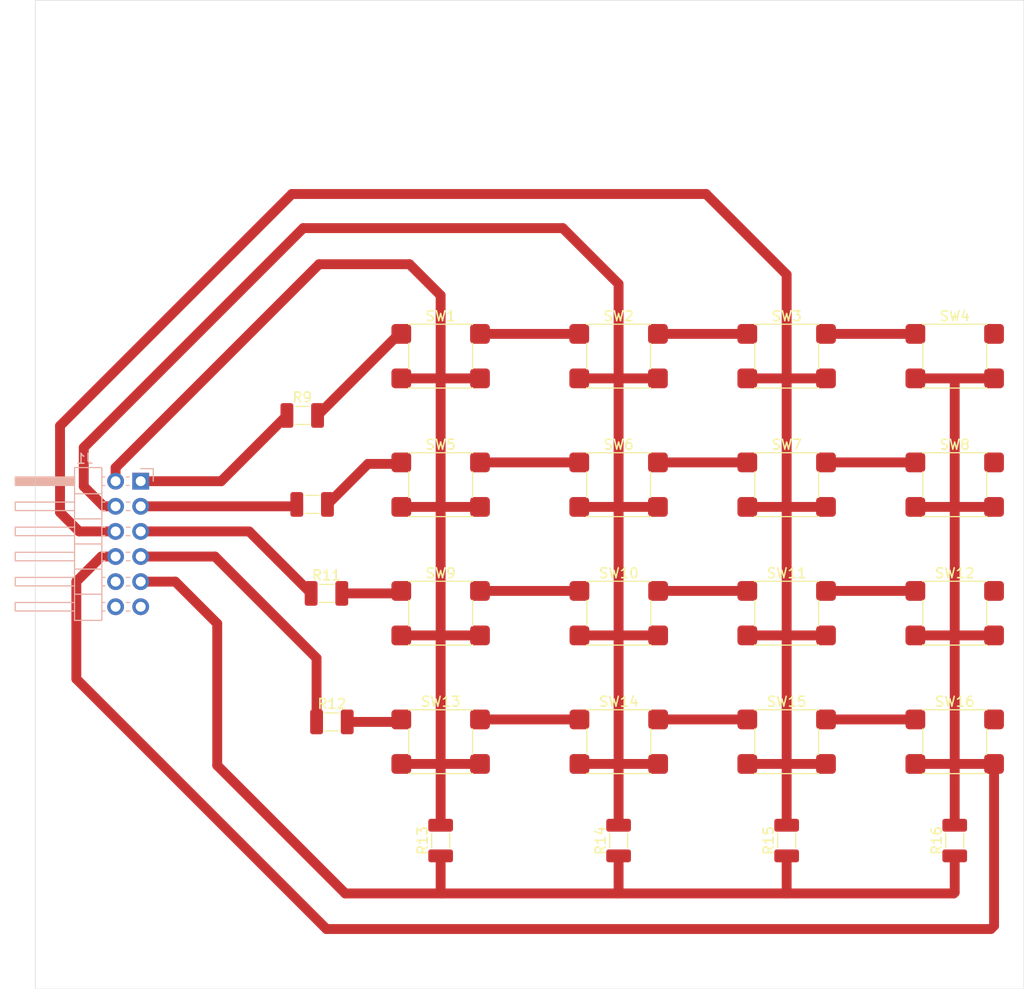
<source format=kicad_pcb>
(kicad_pcb (version 20241229) (generator "pcbnew") (generator_version "9.0")
  (layers (0 "F.Cu" signal) (2 "B.Cu" signal) (13 "F.Paste" user) (15 "B.Paste" user) (5 "F.SilkS" user "F.Silkscreen") (7 "B.SilkS" user "B.Silkscreen") (1 "F.Mask" user) (3 "B.Mask" user) (25 "Edge.Cuts" user))
  (net 0 "")
  (net 1 "/C2")
  (net 2 "/C3")
  (net 3 "+3.3V")
  (net 4 "/C1")
  (net 5 "/C4")
  (net 6 "Net-(J1-Pin_7)")
  (net 7 "GND")
  (net 8 "Net-(J1-Pin_5)")
  (net 9 "/Row1")
  (net 10 "/Row2")
  (net 11 "/Row3")
  (net 12 "/Row4")
  (net 13 "Net-(J1-Pin_3)")
  (net 14 "Net-(J1-Pin_1)")
  (footprint "BenimKutuphanem:SW_SPST_PTS645Sx43SMTR92" (layer "F.Cu") (at 121 83)
    (property "Reference" "SW2" (at 0 -4.05 0) (layer "F.SilkS"))
    (property "Value" "SW_Push_Dual")
    (fp_line (start -3.23 -3.23) (end 3.23 -3.23) (stroke (width 0.12)) (layer "F.SilkS"))
    (fp_line (start -3.23 -3.2) (end -3.23 -3.23) (stroke (width 0.12)) (layer "F.SilkS"))
    (fp_line (start -3.23 -1.3) (end -3.23 1.3) (stroke (width 0.12)) (layer "F.SilkS"))
    (fp_line (start -3.23 3.23) (end -3.23 3.2) (stroke (width 0.12)) (layer "F.SilkS"))
    (fp_line (start -3.23 3.23) (end 3.23 3.23) (stroke (width 0.12)) (layer "F.SilkS"))
    (fp_line (start 3.23 -3.23) (end 3.23 -3.2) (stroke (width 0.12)) (layer "F.SilkS"))
    (fp_line (start 3.23 -1.3) (end 3.23 1.3) (stroke (width 0.12)) (layer "F.SilkS"))
    (fp_line (start 3.23 3.23) (end 3.23 3.2) (stroke (width 0.12)) (layer "F.SilkS"))
    (pad "1" smd roundrect (at -3.98 -2.25) (size 2 2) (layers "F.Cu" "F.Mask" "F.Paste") (roundrect_rratio 0.1923076923) (net 9 "/Row1"))
    (pad "1" smd roundrect (at 3.98 -2.25) (size 2 2) (layers "F.Cu" "F.Mask" "F.Paste") (roundrect_rratio 0.1923076923) (net 9 "/Row1"))
    (pad "2" smd roundrect (at -3.98 2.25) (size 2 2) (layers "F.Cu" "F.Mask" "F.Paste") (roundrect_rratio 0.1923076923) (net 1 "/C2"))
    (pad "2" smd roundrect (at 3.98 2.25) (size 2 2) (layers "F.Cu" "F.Mask" "F.Paste") (roundrect_rratio 0.1923076923) (net 1 "/C2"))
  )
  (footprint "BenimKutuphanem:SW_SPST_PTS645Sx43SMTR92" (layer "F.Cu") (at 103 109)
    (property "Reference" "SW9" (at 0 -4.05 0) (layer "F.SilkS"))
    (property "Value" "SW_Push_Dual")
    (fp_line (start -3.23 -3.23) (end 3.23 -3.23) (stroke (width 0.12)) (layer "F.SilkS"))
    (fp_line (start -3.23 -3.2) (end -3.23 -3.23) (stroke (width 0.12)) (layer "F.SilkS"))
    (fp_line (start -3.23 -1.3) (end -3.23 1.3) (stroke (width 0.12)) (layer "F.SilkS"))
    (fp_line (start -3.23 3.23) (end -3.23 3.2) (stroke (width 0.12)) (layer "F.SilkS"))
    (fp_line (start -3.23 3.23) (end 3.23 3.23) (stroke (width 0.12)) (layer "F.SilkS"))
    (fp_line (start 3.23 -3.23) (end 3.23 -3.2) (stroke (width 0.12)) (layer "F.SilkS"))
    (fp_line (start 3.23 -1.3) (end 3.23 1.3) (stroke (width 0.12)) (layer "F.SilkS"))
    (fp_line (start 3.23 3.23) (end 3.23 3.2) (stroke (width 0.12)) (layer "F.SilkS"))
    (pad "1" smd roundrect (at -3.98 -2.25) (size 2 2) (layers "F.Cu" "F.Mask" "F.Paste") (roundrect_rratio 0.1923076923) (net 11 "/Row3"))
    (pad "1" smd roundrect (at 3.98 -2.25) (size 2 2) (layers "F.Cu" "F.Mask" "F.Paste") (roundrect_rratio 0.1923076923) (net 11 "/Row3"))
    (pad "2" smd roundrect (at -3.98 2.25) (size 2 2) (layers "F.Cu" "F.Mask" "F.Paste") (roundrect_rratio 0.1923076923) (net 4 "/C1"))
    (pad "2" smd roundrect (at 3.98 2.25) (size 2 2) (layers "F.Cu" "F.Mask" "F.Paste") (roundrect_rratio 0.1923076923) (net 4 "/C1"))
  )
  (footprint "BenimKutuphanem:SMD_Res_Big_Pad" (layer "F.Cu") (at 91.45 107)
    (property "Reference" "R11" (at 0 -1.83 0) (layer "F.SilkS"))
    (property "Value" "330")
    (fp_line (start -0.727064 -0.91) (end 0.727064 -0.91) (stroke (width 0.12)) (layer "F.SilkS"))
    (fp_line (start -0.727064 0.91) (end 0.727064 0.91) (stroke (width 0.12)) (layer "F.SilkS"))
    (pad "1" smd roundrect (at -1.55 0) (size 1.3 2.5) (layers "F.Cu" "F.Mask" "F.Paste") (roundrect_rratio 0.192308) (net 8 "Net-(J1-Pin_5)"))
    (pad "2" smd roundrect (at 1.55 0) (size 1.3 2.5) (layers "F.Cu" "F.Mask" "F.Paste") (roundrect_rratio 0.192308) (net 11 "/Row3"))
  )
  (footprint "BenimKutuphanem:SMD_Res_Big_Pad" (layer "F.Cu") (at 138 132 90)
    (property "Reference" "R15" (at 0 -1.83 90) (layer "F.SilkS"))
    (property "Value" "10k")
    (fp_line (start -0.727064 -0.91) (end 0.727064 -0.91) (stroke (width 0.12)) (layer "F.SilkS"))
    (fp_line (start -0.727064 0.91) (end 0.727064 0.91) (stroke (width 0.12)) (layer "F.SilkS"))
    (pad "1" smd roundrect (at -1.55 0 90) (size 1.3 2.5) (layers "F.Cu" "F.Mask" "F.Paste") (roundrect_rratio 0.192308) (net 7 "GND"))
    (pad "2" smd roundrect (at 1.55 0 90) (size 1.3 2.5) (layers "F.Cu" "F.Mask" "F.Paste") (roundrect_rratio 0.192308) (net 2 "/C3"))
  )
  (footprint "BenimKutuphanem:SW_SPST_PTS645Sx43SMTR92" (layer "F.Cu") (at 103 83)
    (property "Reference" "SW1" (at 0 -4.05 0) (layer "F.SilkS"))
    (property "Value" "SW_Push_Dual")
    (fp_line (start -3.23 -3.23) (end 3.23 -3.23) (stroke (width 0.12)) (layer "F.SilkS"))
    (fp_line (start -3.23 -3.2) (end -3.23 -3.23) (stroke (width 0.12)) (layer "F.SilkS"))
    (fp_line (start -3.23 -1.3) (end -3.23 1.3) (stroke (width 0.12)) (layer "F.SilkS"))
    (fp_line (start -3.23 3.23) (end -3.23 3.2) (stroke (width 0.12)) (layer "F.SilkS"))
    (fp_line (start -3.23 3.23) (end 3.23 3.23) (stroke (width 0.12)) (layer "F.SilkS"))
    (fp_line (start 3.23 -3.23) (end 3.23 -3.2) (stroke (width 0.12)) (layer "F.SilkS"))
    (fp_line (start 3.23 -1.3) (end 3.23 1.3) (stroke (width 0.12)) (layer "F.SilkS"))
    (fp_line (start 3.23 3.23) (end 3.23 3.2) (stroke (width 0.12)) (layer "F.SilkS"))
    (pad "1" smd roundrect (at -3.98 -2.25) (size 2 2) (layers "F.Cu" "F.Mask" "F.Paste") (roundrect_rratio 0.1923076923) (net 9 "/Row1"))
    (pad "1" smd roundrect (at 3.98 -2.25) (size 2 2) (layers "F.Cu" "F.Mask" "F.Paste") (roundrect_rratio 0.1923076923) (net 9 "/Row1"))
    (pad "2" smd roundrect (at -3.98 2.25) (size 2 2) (layers "F.Cu" "F.Mask" "F.Paste") (roundrect_rratio 0.1923076923) (net 4 "/C1"))
    (pad "2" smd roundrect (at 3.98 2.25) (size 2 2) (layers "F.Cu" "F.Mask" "F.Paste") (roundrect_rratio 0.1923076923) (net 4 "/C1"))
  )
  (footprint "BenimKutuphanem:SMD_Res_Big_Pad" (layer "F.Cu") (at 103 132 90)
    (property "Reference" "R13" (at 0 -1.83 90) (layer "F.SilkS"))
    (property "Value" "10k")
    (fp_line (start -0.727064 -0.91) (end 0.727064 -0.91) (stroke (width 0.12)) (layer "F.SilkS"))
    (fp_line (start -0.727064 0.91) (end 0.727064 0.91) (stroke (width 0.12)) (layer "F.SilkS"))
    (pad "1" smd roundrect (at -1.55 0 90) (size 1.3 2.5) (layers "F.Cu" "F.Mask" "F.Paste") (roundrect_rratio 0.192308) (net 7 "GND"))
    (pad "2" smd roundrect (at 1.55 0 90) (size 1.3 2.5) (layers "F.Cu" "F.Mask" "F.Paste") (roundrect_rratio 0.192308) (net 4 "/C1"))
  )
  (footprint "BenimKutuphanem:SW_SPST_PTS645Sx43SMTR92" (layer "F.Cu") (at 138 122)
    (property "Reference" "SW15" (at 0 -4.05 0) (layer "F.SilkS"))
    (property "Value" "SW_Push_Dual")
    (fp_line (start -3.23 -3.23) (end 3.23 -3.23) (stroke (width 0.12)) (layer "F.SilkS"))
    (fp_line (start -3.23 -3.2) (end -3.23 -3.23) (stroke (width 0.12)) (layer "F.SilkS"))
    (fp_line (start -3.23 -1.3) (end -3.23 1.3) (stroke (width 0.12)) (layer "F.SilkS"))
    (fp_line (start -3.23 3.23) (end -3.23 3.2) (stroke (width 0.12)) (layer "F.SilkS"))
    (fp_line (start -3.23 3.23) (end 3.23 3.23) (stroke (width 0.12)) (layer "F.SilkS"))
    (fp_line (start 3.23 -3.23) (end 3.23 -3.2) (stroke (width 0.12)) (layer "F.SilkS"))
    (fp_line (start 3.23 -1.3) (end 3.23 1.3) (stroke (width 0.12)) (layer "F.SilkS"))
    (fp_line (start 3.23 3.23) (end 3.23 3.2) (stroke (width 0.12)) (layer "F.SilkS"))
    (pad "1" smd roundrect (at -3.98 -2.25) (size 2 2) (layers "F.Cu" "F.Mask" "F.Paste") (roundrect_rratio 0.1923076923) (net 12 "/Row4"))
    (pad "1" smd roundrect (at 3.98 -2.25) (size 2 2) (layers "F.Cu" "F.Mask" "F.Paste") (roundrect_rratio 0.1923076923) (net 12 "/Row4"))
    (pad "2" smd roundrect (at -3.98 2.25) (size 2 2) (layers "F.Cu" "F.Mask" "F.Paste") (roundrect_rratio 0.1923076923) (net 2 "/C3"))
    (pad "2" smd roundrect (at 3.98 2.25) (size 2 2) (layers "F.Cu" "F.Mask" "F.Paste") (roundrect_rratio 0.1923076923) (net 2 "/C3"))
  )
  (footprint "BenimKutuphanem:SMD_Res_Big_Pad" (layer "F.Cu") (at 90 98)
    (property "Reference" "R10" (hide yes))
    (property "Value" "330")
    (fp_line (start -0.727064 -0.91) (end 0.727064 -0.91) (stroke (width 0.12)) (layer "F.SilkS"))
    (fp_line (start -0.727064 0.91) (end 0.727064 0.91) (stroke (width 0.12)) (layer "F.SilkS"))
    (pad "1" smd roundrect (at -1.55 0) (size 1.3 2.5) (layers "F.Cu" "F.Mask" "F.Paste") (roundrect_rratio 0.192308) (net 13 "Net-(J1-Pin_3)"))
    (pad "2" smd roundrect (at 1.55 0) (size 1.3 2.5) (layers "F.Cu" "F.Mask" "F.Paste") (roundrect_rratio 0.192308) (net 10 "/Row2"))
  )
  (footprint "BenimKutuphanem:SMD_Res_Big_Pad" (layer "F.Cu") (at 92 120)
    (property "Reference" "R12" (at 0 -1.83 0) (layer "F.SilkS"))
    (property "Value" "330")
    (fp_line (start -0.727064 -0.91) (end 0.727064 -0.91) (stroke (width 0.12)) (layer "F.SilkS"))
    (fp_line (start -0.727064 0.91) (end 0.727064 0.91) (stroke (width 0.12)) (layer "F.SilkS"))
    (pad "1" smd roundrect (at -1.55 0) (size 1.3 2.5) (layers "F.Cu" "F.Mask" "F.Paste") (roundrect_rratio 0.192308) (net 6 "Net-(J1-Pin_7)"))
    (pad "2" smd roundrect (at 1.55 0) (size 1.3 2.5) (layers "F.Cu" "F.Mask" "F.Paste") (roundrect_rratio 0.192308) (net 12 "/Row4"))
  )
  (footprint "BenimKutuphanem:SW_SPST_PTS645Sx43SMTR92" (layer "F.Cu") (at 121.02 109)
    (property "Reference" "SW10" (at 0 -4.05 0) (layer "F.SilkS"))
    (property "Value" "SW_Push_Dual")
    (fp_line (start -3.23 -3.23) (end 3.23 -3.23) (stroke (width 0.12)) (layer "F.SilkS"))
    (fp_line (start -3.23 -3.2) (end -3.23 -3.23) (stroke (width 0.12)) (layer "F.SilkS"))
    (fp_line (start -3.23 -1.3) (end -3.23 1.3) (stroke (width 0.12)) (layer "F.SilkS"))
    (fp_line (start -3.23 3.23) (end -3.23 3.2) (stroke (width 0.12)) (layer "F.SilkS"))
    (fp_line (start -3.23 3.23) (end 3.23 3.23) (stroke (width 0.12)) (layer "F.SilkS"))
    (fp_line (start 3.23 -3.23) (end 3.23 -3.2) (stroke (width 0.12)) (layer "F.SilkS"))
    (fp_line (start 3.23 -1.3) (end 3.23 1.3) (stroke (width 0.12)) (layer "F.SilkS"))
    (fp_line (start 3.23 3.23) (end 3.23 3.2) (stroke (width 0.12)) (layer "F.SilkS"))
    (pad "1" smd roundrect (at -3.98 -2.25) (size 2 2) (layers "F.Cu" "F.Mask" "F.Paste") (roundrect_rratio 0.1923076923) (net 11 "/Row3"))
    (pad "1" smd roundrect (at 3.98 -2.25) (size 2 2) (layers "F.Cu" "F.Mask" "F.Paste") (roundrect_rratio 0.1923076923) (net 11 "/Row3"))
    (pad "2" smd roundrect (at -3.98 2.25) (size 2 2) (layers "F.Cu" "F.Mask" "F.Paste") (roundrect_rratio 0.1923076923) (net 1 "/C2"))
    (pad "2" smd roundrect (at 3.98 2.25) (size 2 2) (layers "F.Cu" "F.Mask" "F.Paste") (roundrect_rratio 0.1923076923) (net 1 "/C2"))
  )
  (footprint "BenimKutuphanem:SW_SPST_PTS645Sx43SMTR92" (layer "F.Cu") (at 121.02 122)
    (property "Reference" "SW14" (at 0 -4.05 0) (layer "F.SilkS"))
    (property "Value" "SW_Push_Dual")
    (fp_line (start -3.23 -3.23) (end 3.23 -3.23) (stroke (width 0.12)) (layer "F.SilkS"))
    (fp_line (start -3.23 -3.2) (end -3.23 -3.23) (stroke (width 0.12)) (layer "F.SilkS"))
    (fp_line (start -3.23 -1.3) (end -3.23 1.3) (stroke (width 0.12)) (layer "F.SilkS"))
    (fp_line (start -3.23 3.23) (end -3.23 3.2) (stroke (width 0.12)) (layer "F.SilkS"))
    (fp_line (start -3.23 3.23) (end 3.23 3.23) (stroke (width 0.12)) (layer "F.SilkS"))
    (fp_line (start 3.23 -3.23) (end 3.23 -3.2) (stroke (width 0.12)) (layer "F.SilkS"))
    (fp_line (start 3.23 -1.3) (end 3.23 1.3) (stroke (width 0.12)) (layer "F.SilkS"))
    (fp_line (start 3.23 3.23) (end 3.23 3.2) (stroke (width 0.12)) (layer "F.SilkS"))
    (pad "1" smd roundrect (at -3.98 -2.25) (size 2 2) (layers "F.Cu" "F.Mask" "F.Paste") (roundrect_rratio 0.1923076923) (net 12 "/Row4"))
    (pad "1" smd roundrect (at 3.98 -2.25) (size 2 2) (layers "F.Cu" "F.Mask" "F.Paste") (roundrect_rratio 0.1923076923) (net 12 "/Row4"))
    (pad "2" smd roundrect (at -3.98 2.25) (size 2 2) (layers "F.Cu" "F.Mask" "F.Paste") (roundrect_rratio 0.1923076923) (net 1 "/C2"))
    (pad "2" smd roundrect (at 3.98 2.25) (size 2 2) (layers "F.Cu" "F.Mask" "F.Paste") (roundrect_rratio 0.1923076923) (net 1 "/C2"))
  )
  (footprint "BenimKutuphanem:SMD_Res_Big_Pad" (layer "F.Cu") (at 121 132 90)
    (property "Reference" "R14" (at 0 -1.83 90) (layer "F.SilkS"))
    (property "Value" "10k")
    (fp_line (start -0.727064 -0.91) (end 0.727064 -0.91) (stroke (width 0.12)) (layer "F.SilkS"))
    (fp_line (start -0.727064 0.91) (end 0.727064 0.91) (stroke (width 0.12)) (layer "F.SilkS"))
    (pad "1" smd roundrect (at -1.55 0 90) (size 1.3 2.5) (layers "F.Cu" "F.Mask" "F.Paste") (roundrect_rratio 0.192308) (net 7 "GND"))
    (pad "2" smd roundrect (at 1.55 0 90) (size 1.3 2.5) (layers "F.Cu" "F.Mask" "F.Paste") (roundrect_rratio 0.192308) (net 1 "/C2"))
  )
  (footprint "BenimKutuphanem:SW_SPST_PTS645Sx43SMTR92" (layer "F.Cu") (at 155 96)
    (property "Reference" "SW8" (at 0 -4.05 0) (layer "F.SilkS"))
    (property "Value" "SW_Push_Dual")
    (fp_line (start -3.23 -3.23) (end 3.23 -3.23) (stroke (width 0.12)) (layer "F.SilkS"))
    (fp_line (start -3.23 -3.2) (end -3.23 -3.23) (stroke (width 0.12)) (layer "F.SilkS"))
    (fp_line (start -3.23 -1.3) (end -3.23 1.3) (stroke (width 0.12)) (layer "F.SilkS"))
    (fp_line (start -3.23 3.23) (end -3.23 3.2) (stroke (width 0.12)) (layer "F.SilkS"))
    (fp_line (start -3.23 3.23) (end 3.23 3.23) (stroke (width 0.12)) (layer "F.SilkS"))
    (fp_line (start 3.23 -3.23) (end 3.23 -3.2) (stroke (width 0.12)) (layer "F.SilkS"))
    (fp_line (start 3.23 -1.3) (end 3.23 1.3) (stroke (width 0.12)) (layer "F.SilkS"))
    (fp_line (start 3.23 3.23) (end 3.23 3.2) (stroke (width 0.12)) (layer "F.SilkS"))
    (pad "1" smd roundrect (at -3.98 -2.25) (size 2 2) (layers "F.Cu" "F.Mask" "F.Paste") (roundrect_rratio 0.1923076923) (net 10 "/Row2"))
    (pad "1" smd roundrect (at 3.98 -2.25) (size 2 2) (layers "F.Cu" "F.Mask" "F.Paste") (roundrect_rratio 0.1923076923) (net 10 "/Row2"))
    (pad "2" smd roundrect (at -3.98 2.25) (size 2 2) (layers "F.Cu" "F.Mask" "F.Paste") (roundrect_rratio 0.1923076923) (net 5 "/C4"))
    (pad "2" smd roundrect (at 3.98 2.25) (size 2 2) (layers "F.Cu" "F.Mask" "F.Paste") (roundrect_rratio 0.1923076923) (net 5 "/C4"))
  )
  (footprint "BenimKutuphanem:SW_SPST_PTS645Sx43SMTR92" (layer "F.Cu") (at 155 83)
    (property "Reference" "SW4" (at 0 -4.05 0) (layer "F.SilkS"))
    (property "Value" "SW_Push_Dual")
    (fp_line (start -3.23 -3.23) (end 3.23 -3.23) (stroke (width 0.12)) (layer "F.SilkS"))
    (fp_line (start -3.23 -3.2) (end -3.23 -3.23) (stroke (width 0.12)) (layer "F.SilkS"))
    (fp_line (start -3.23 -1.3) (end -3.23 1.3) (stroke (width 0.12)) (layer "F.SilkS"))
    (fp_line (start -3.23 3.23) (end -3.23 3.2) (stroke (width 0.12)) (layer "F.SilkS"))
    (fp_line (start -3.23 3.23) (end 3.23 3.23) (stroke (width 0.12)) (layer "F.SilkS"))
    (fp_line (start 3.23 -3.23) (end 3.23 -3.2) (stroke (width 0.12)) (layer "F.SilkS"))
    (fp_line (start 3.23 -1.3) (end 3.23 1.3) (stroke (width 0.12)) (layer "F.SilkS"))
    (fp_line (start 3.23 3.23) (end 3.23 3.2) (stroke (width 0.12)) (layer "F.SilkS"))
    (pad "1" smd roundrect (at -3.98 -2.25) (size 2 2) (layers "F.Cu" "F.Mask" "F.Paste") (roundrect_rratio 0.1923076923) (net 9 "/Row1"))
    (pad "1" smd roundrect (at 3.98 -2.25) (size 2 2) (layers "F.Cu" "F.Mask" "F.Paste") (roundrect_rratio 0.1923076923) (net 9 "/Row1"))
    (pad "2" smd roundrect (at -3.98 2.25) (size 2 2) (layers "F.Cu" "F.Mask" "F.Paste") (roundrect_rratio 0.1923076923) (net 5 "/C4"))
    (pad "2" smd roundrect (at 3.98 2.25) (size 2 2) (layers "F.Cu" "F.Mask" "F.Paste") (roundrect_rratio 0.1923076923) (net 5 "/C4"))
  )
  (footprint "BenimKutuphanem:SW_SPST_PTS645Sx43SMTR92" (layer "F.Cu") (at 138 83)
    (property "Reference" "SW3" (at 0 -4.05 0) (layer "F.SilkS"))
    (property "Value" "SW_Push_Dual")
    (fp_line (start -3.23 -3.23) (end 3.23 -3.23) (stroke (width 0.12)) (layer "F.SilkS"))
    (fp_line (start -3.23 -3.2) (end -3.23 -3.23) (stroke (width 0.12)) (layer "F.SilkS"))
    (fp_line (start -3.23 -1.3) (end -3.23 1.3) (stroke (width 0.12)) (layer "F.SilkS"))
    (fp_line (start -3.23 3.23) (end -3.23 3.2) (stroke (width 0.12)) (layer "F.SilkS"))
    (fp_line (start -3.23 3.23) (end 3.23 3.23) (stroke (width 0.12)) (layer "F.SilkS"))
    (fp_line (start 3.23 -3.23) (end 3.23 -3.2) (stroke (width 0.12)) (layer "F.SilkS"))
    (fp_line (start 3.23 -1.3) (end 3.23 1.3) (stroke (width 0.12)) (layer "F.SilkS"))
    (fp_line (start 3.23 3.23) (end 3.23 3.2) (stroke (width 0.12)) (layer "F.SilkS"))
    (pad "1" smd roundrect (at -3.98 -2.25) (size 2 2) (layers "F.Cu" "F.Mask" "F.Paste") (roundrect_rratio 0.1923076923) (net 9 "/Row1"))
    (pad "1" smd roundrect (at 3.98 -2.25) (size 2 2) (layers "F.Cu" "F.Mask" "F.Paste") (roundrect_rratio 0.1923076923) (net 9 "/Row1"))
    (pad "2" smd roundrect (at -3.98 2.25) (size 2 2) (layers "F.Cu" "F.Mask" "F.Paste") (roundrect_rratio 0.1923076923) (net 2 "/C3"))
    (pad "2" smd roundrect (at 3.98 2.25) (size 2 2) (layers "F.Cu" "F.Mask" "F.Paste") (roundrect_rratio 0.1923076923) (net 2 "/C3"))
  )
  (footprint "BenimKutuphanem:SW_SPST_PTS645Sx43SMTR92" (layer "F.Cu") (at 121 96)
    (property "Reference" "SW6" (at 0 -4.05 0) (layer "F.SilkS"))
    (property "Value" "SW_Push_Dual")
    (fp_line (start -3.23 -3.23) (end 3.23 -3.23) (stroke (width 0.12)) (layer "F.SilkS"))
    (fp_line (start -3.23 -3.2) (end -3.23 -3.23) (stroke (width 0.12)) (layer "F.SilkS"))
    (fp_line (start -3.23 -1.3) (end -3.23 1.3) (stroke (width 0.12)) (layer "F.SilkS"))
    (fp_line (start -3.23 3.23) (end -3.23 3.2) (stroke (width 0.12)) (layer "F.SilkS"))
    (fp_line (start -3.23 3.23) (end 3.23 3.23) (stroke (width 0.12)) (layer "F.SilkS"))
    (fp_line (start 3.23 -3.23) (end 3.23 -3.2) (stroke (width 0.12)) (layer "F.SilkS"))
    (fp_line (start 3.23 -1.3) (end 3.23 1.3) (stroke (width 0.12)) (layer "F.SilkS"))
    (fp_line (start 3.23 3.23) (end 3.23 3.2) (stroke (width 0.12)) (layer "F.SilkS"))
    (pad "1" smd roundrect (at -3.98 -2.25) (size 2 2) (layers "F.Cu" "F.Mask" "F.Paste") (roundrect_rratio 0.1923076923) (net 10 "/Row2"))
    (pad "1" smd roundrect (at 3.98 -2.25) (size 2 2) (layers "F.Cu" "F.Mask" "F.Paste") (roundrect_rratio 0.1923076923) (net 10 "/Row2"))
    (pad "2" smd roundrect (at -3.98 2.25) (size 2 2) (layers "F.Cu" "F.Mask" "F.Paste") (roundrect_rratio 0.1923076923) (net 1 "/C2"))
    (pad "2" smd roundrect (at 3.98 2.25) (size 2 2) (layers "F.Cu" "F.Mask" "F.Paste") (roundrect_rratio 0.1923076923) (net 1 "/C2"))
  )
  (footprint "BenimKutuphanem:SMD_Res_Big_Pad" (layer "F.Cu") (at 155 132 90)
    (property "Reference" "R16" (at 0 -1.83 90) (layer "F.SilkS"))
    (property "Value" "10k")
    (fp_line (start -0.727064 -0.91) (end 0.727064 -0.91) (stroke (width 0.12)) (layer "F.SilkS"))
    (fp_line (start -0.727064 0.91) (end 0.727064 0.91) (stroke (width 0.12)) (layer "F.SilkS"))
    (pad "1" smd roundrect (at -1.55 0 90) (size 1.3 2.5) (layers "F.Cu" "F.Mask" "F.Paste") (roundrect_rratio 0.192308) (net 7 "GND"))
    (pad "2" smd roundrect (at 1.55 0 90) (size 1.3 2.5) (layers "F.Cu" "F.Mask" "F.Paste") (roundrect_rratio 0.192308) (net 5 "/C4"))
  )
  (footprint "BenimKutuphanem:SW_SPST_PTS645Sx43SMTR92" (layer "F.Cu") (at 138 96)
    (property "Reference" "SW7" (at 0 -4.05 0) (layer "F.SilkS"))
    (property "Value" "SW_Push_Dual")
    (fp_line (start -3.23 -3.23) (end 3.23 -3.23) (stroke (width 0.12)) (layer "F.SilkS"))
    (fp_line (start -3.23 -3.2) (end -3.23 -3.23) (stroke (width 0.12)) (layer "F.SilkS"))
    (fp_line (start -3.23 -1.3) (end -3.23 1.3) (stroke (width 0.12)) (layer "F.SilkS"))
    (fp_line (start -3.23 3.23) (end -3.23 3.2) (stroke (width 0.12)) (layer "F.SilkS"))
    (fp_line (start -3.23 3.23) (end 3.23 3.23) (stroke (width 0.12)) (layer "F.SilkS"))
    (fp_line (start 3.23 -3.23) (end 3.23 -3.2) (stroke (width 0.12)) (layer "F.SilkS"))
    (fp_line (start 3.23 -1.3) (end 3.23 1.3) (stroke (width 0.12)) (layer "F.SilkS"))
    (fp_line (start 3.23 3.23) (end 3.23 3.2) (stroke (width 0.12)) (layer "F.SilkS"))
    (pad "1" smd roundrect (at -3.98 -2.25) (size 2 2) (layers "F.Cu" "F.Mask" "F.Paste") (roundrect_rratio 0.1923076923) (net 10 "/Row2"))
    (pad "1" smd roundrect (at 3.98 -2.25) (size 2 2) (layers "F.Cu" "F.Mask" "F.Paste") (roundrect_rratio 0.1923076923) (net 10 "/Row2"))
    (pad "2" smd roundrect (at -3.98 2.25) (size 2 2) (layers "F.Cu" "F.Mask" "F.Paste") (roundrect_rratio 0.1923076923) (net 2 "/C3"))
    (pad "2" smd roundrect (at 3.98 2.25) (size 2 2) (layers "F.Cu" "F.Mask" "F.Paste") (roundrect_rratio 0.1923076923) (net 2 "/C3"))
  )
  (footprint "BenimKutuphanem:SW_SPST_PTS645Sx43SMTR92" (layer "F.Cu") (at 103 122)
    (property "Reference" "SW13" (at 0 -4.05 0) (layer "F.SilkS"))
    (property "Value" "SW_Push_Dual")
    (fp_line (start -3.23 -3.23) (end 3.23 -3.23) (stroke (width 0.12)) (layer "F.SilkS"))
    (fp_line (start -3.23 -3.2) (end -3.23 -3.23) (stroke (width 0.12)) (layer "F.SilkS"))
    (fp_line (start -3.23 -1.3) (end -3.23 1.3) (stroke (width 0.12)) (layer "F.SilkS"))
    (fp_line (start -3.23 3.23) (end -3.23 3.2) (stroke (width 0.12)) (layer "F.SilkS"))
    (fp_line (start -3.23 3.23) (end 3.23 3.23) (stroke (width 0.12)) (layer "F.SilkS"))
    (fp_line (start 3.23 -3.23) (end 3.23 -3.2) (stroke (width 0.12)) (layer "F.SilkS"))
    (fp_line (start 3.23 -1.3) (end 3.23 1.3) (stroke (width 0.12)) (layer "F.SilkS"))
    (fp_line (start 3.23 3.23) (end 3.23 3.2) (stroke (width 0.12)) (layer "F.SilkS"))
    (pad "1" smd roundrect (at -3.98 -2.25) (size 2 2) (layers "F.Cu" "F.Mask" "F.Paste") (roundrect_rratio 0.1923076923) (net 12 "/Row4"))
    (pad "1" smd roundrect (at 3.98 -2.25) (size 2 2) (layers "F.Cu" "F.Mask" "F.Paste") (roundrect_rratio 0.1923076923) (net 12 "/Row4"))
    (pad "2" smd roundrect (at -3.98 2.25) (size 2 2) (layers "F.Cu" "F.Mask" "F.Paste") (roundrect_rratio 0.1923076923) (net 4 "/C1"))
    (pad "2" smd roundrect (at 3.98 2.25) (size 2 2) (layers "F.Cu" "F.Mask" "F.Paste") (roundrect_rratio 0.1923076923) (net 4 "/C1"))
  )
  (footprint "BenimKutuphanem:SW_SPST_PTS645Sx43SMTR92" (layer "F.Cu") (at 155 122)
    (property "Reference" "SW16" (at 0 -4.05 0) (layer "F.SilkS"))
    (property "Value" "SW_Push_Dual")
    (fp_line (start -3.23 -3.23) (end 3.23 -3.23) (stroke (width 0.12)) (layer "F.SilkS"))
    (fp_line (start -3.23 -3.2) (end -3.23 -3.23) (stroke (width 0.12)) (layer "F.SilkS"))
    (fp_line (start -3.23 -1.3) (end -3.23 1.3) (stroke (width 0.12)) (layer "F.SilkS"))
    (fp_line (start -3.23 3.23) (end -3.23 3.2) (stroke (width 0.12)) (layer "F.SilkS"))
    (fp_line (start -3.23 3.23) (end 3.23 3.23) (stroke (width 0.12)) (layer "F.SilkS"))
    (fp_line (start 3.23 -3.23) (end 3.23 -3.2) (stroke (width 0.12)) (layer "F.SilkS"))
    (fp_line (start 3.23 -1.3) (end 3.23 1.3) (stroke (width 0.12)) (layer "F.SilkS"))
    (fp_line (start 3.23 3.23) (end 3.23 3.2) (stroke (width 0.12)) (layer "F.SilkS"))
    (pad "1" smd roundrect (at -3.98 -2.25) (size 2 2) (layers "F.Cu" "F.Mask" "F.Paste") (roundrect_rratio 0.1923076923) (net 12 "/Row4"))
    (pad "1" smd roundrect (at 3.98 -2.25) (size 2 2) (layers "F.Cu" "F.Mask" "F.Paste") (roundrect_rratio 0.1923076923) (net 12 "/Row4"))
    (pad "2" smd roundrect (at -3.98 2.25) (size 2 2) (layers "F.Cu" "F.Mask" "F.Paste") (roundrect_rratio 0.1923076923) (net 5 "/C4"))
    (pad "2" smd roundrect (at 3.98 2.25) (size 2 2) (layers "F.Cu" "F.Mask" "F.Paste") (roundrect_rratio 0.1923076923) (net 5 "/C4"))
  )
  (footprint "BenimKutuphanem:SW_SPST_PTS645Sx43SMTR92" (layer "F.Cu") (at 155 109)
    (property "Reference" "SW12" (at 0 -4.05 0) (layer "F.SilkS"))
    (property "Value" "SW_Push_Dual")
    (fp_line (start -3.23 -3.23) (end 3.23 -3.23) (stroke (width 0.12)) (layer "F.SilkS"))
    (fp_line (start -3.23 -3.2) (end -3.23 -3.23) (stroke (width 0.12)) (layer "F.SilkS"))
    (fp_line (start -3.23 -1.3) (end -3.23 1.3) (stroke (width 0.12)) (layer "F.SilkS"))
    (fp_line (start -3.23 3.23) (end -3.23 3.2) (stroke (width 0.12)) (layer "F.SilkS"))
    (fp_line (start -3.23 3.23) (end 3.23 3.23) (stroke (width 0.12)) (layer "F.SilkS"))
    (fp_line (start 3.23 -3.23) (end 3.23 -3.2) (stroke (width 0.12)) (layer "F.SilkS"))
    (fp_line (start 3.23 -1.3) (end 3.23 1.3) (stroke (width 0.12)) (layer "F.SilkS"))
    (fp_line (start 3.23 3.23) (end 3.23 3.2) (stroke (width 0.12)) (layer "F.SilkS"))
    (pad "1" smd roundrect (at -3.98 -2.25) (size 2 2) (layers "F.Cu" "F.Mask" "F.Paste") (roundrect_rratio 0.1923076923) (net 11 "/Row3"))
    (pad "1" smd roundrect (at 3.98 -2.25) (size 2 2) (layers "F.Cu" "F.Mask" "F.Paste") (roundrect_rratio 0.1923076923) (net 11 "/Row3"))
    (pad "2" smd roundrect (at -3.98 2.25) (size 2 2) (layers "F.Cu" "F.Mask" "F.Paste") (roundrect_rratio 0.1923076923) (net 5 "/C4"))
    (pad "2" smd roundrect (at 3.98 2.25) (size 2 2) (layers "F.Cu" "F.Mask" "F.Paste") (roundrect_rratio 0.1923076923) (net 5 "/C4"))
  )
  (footprint "BenimKutuphanem:SW_SPST_PTS645Sx43SMTR92" (layer "F.Cu") (at 138 109)
    (property "Reference" "SW11" (at 0 -4.05 0) (layer "F.SilkS"))
    (property "Value" "SW_Push_Dual")
    (fp_line (start -3.23 -3.23) (end 3.23 -3.23) (stroke (width 0.12)) (layer "F.SilkS"))
    (fp_line (start -3.23 -3.2) (end -3.23 -3.23) (stroke (width 0.12)) (layer "F.SilkS"))
    (fp_line (start -3.23 -1.3) (end -3.23 1.3) (stroke (width 0.12)) (layer "F.SilkS"))
    (fp_line (start -3.23 3.23) (end -3.23 3.2) (stroke (width 0.12)) (layer "F.SilkS"))
    (fp_line (start -3.23 3.23) (end 3.23 3.23) (stroke (width 0.12)) (layer "F.SilkS"))
    (fp_line (start 3.23 -3.23) (end 3.23 -3.2) (stroke (width 0.12)) (layer "F.SilkS"))
    (fp_line (start 3.23 -1.3) (end 3.23 1.3) (stroke (width 0.12)) (layer "F.SilkS"))
    (fp_line (start 3.23 3.23) (end 3.23 3.2) (stroke (width 0.12)) (layer "F.SilkS"))
    (pad "1" smd roundrect (at -3.98 -2.25) (size 2 2) (layers "F.Cu" "F.Mask" "F.Paste") (roundrect_rratio 0.1923076923) (net 11 "/Row3"))
    (pad "1" smd roundrect (at 3.98 -2.25) (size 2 2) (layers "F.Cu" "F.Mask" "F.Paste") (roundrect_rratio 0.1923076923) (net 11 "/Row3"))
    (pad "2" smd roundrect (at -3.98 2.25) (size 2 2) (layers "F.Cu" "F.Mask" "F.Paste") (roundrect_rratio 0.1923076923) (net 2 "/C3"))
    (pad "2" smd roundrect (at 3.98 2.25) (size 2 2) (layers "F.Cu" "F.Mask" "F.Paste") (roundrect_rratio 0.1923076923) (net 2 "/C3"))
  )
  (footprint "BenimKutuphanem:SMD_Res_Big_Pad" (layer "F.Cu") (at 89 89)
    (property "Reference" "R9" (at 0 -1.83 0) (layer "F.SilkS"))
    (property "Value" "330")
    (fp_line (start -0.727064 -0.91) (end 0.727064 -0.91) (stroke (width 0.12)) (layer "F.SilkS"))
    (fp_line (start -0.727064 0.91) (end 0.727064 0.91) (stroke (width 0.12)) (layer "F.SilkS"))
    (pad "1" smd roundrect (at -1.55 0) (size 1.3 2.5) (layers "F.Cu" "F.Mask" "F.Paste") (roundrect_rratio 0.192308) (net 14 "Net-(J1-Pin_1)"))
    (pad "2" smd roundrect (at 1.55 0) (size 1.3 2.5) (layers "F.Cu" "F.Mask" "F.Paste") (roundrect_rratio 0.192308) (net 9 "/Row1"))
  )
  (footprint "BenimKutuphanem:SW_SPST_PTS645Sx43SMTR92" (layer "F.Cu") (at 103 96)
    (property "Reference" "SW5" (at 0 -4.05 0) (layer "F.SilkS"))
    (property "Value" "SW_Push_Dual")
    (fp_line (start -3.23 -3.23) (end 3.23 -3.23) (stroke (width 0.12)) (layer "F.SilkS"))
    (fp_line (start -3.23 -3.2) (end -3.23 -3.23) (stroke (width 0.12)) (layer "F.SilkS"))
    (fp_line (start -3.23 -1.3) (end -3.23 1.3) (stroke (width 0.12)) (layer "F.SilkS"))
    (fp_line (start -3.23 3.23) (end -3.23 3.2) (stroke (width 0.12)) (layer "F.SilkS"))
    (fp_line (start -3.23 3.23) (end 3.23 3.23) (stroke (width 0.12)) (layer "F.SilkS"))
    (fp_line (start 3.23 -3.23) (end 3.23 -3.2) (stroke (width 0.12)) (layer "F.SilkS"))
    (fp_line (start 3.23 -1.3) (end 3.23 1.3) (stroke (width 0.12)) (layer "F.SilkS"))
    (fp_line (start 3.23 3.23) (end 3.23 3.2) (stroke (width 0.12)) (layer "F.SilkS"))
    (pad "1" smd roundrect (at -3.98 -2.25) (size 2 2) (layers "F.Cu" "F.Mask" "F.Paste") (roundrect_rratio 0.1923076923) (net 10 "/Row2"))
    (pad "1" smd roundrect (at 3.98 -2.25) (size 2 2) (layers "F.Cu" "F.Mask" "F.Paste") (roundrect_rratio 0.1923076923) (net 10 "/Row2"))
    (pad "2" smd roundrect (at -3.98 2.25) (size 2 2) (layers "F.Cu" "F.Mask" "F.Paste") (roundrect_rratio 0.1923076923) (net 4 "/C1"))
    (pad "2" smd roundrect (at 3.98 2.25) (size 2 2) (layers "F.Cu" "F.Mask" "F.Paste") (roundrect_rratio 0.1923076923) (net 4 "/C1"))
  )
  (footprint "Connector_PinHeader_2.54mm:PinHeader_2x06_P2.54mm_Horizontal" (layer "B.Cu") (at 72.66 95.65 180)
    (property "Reference" "J1" (at 5.655 2.27 0) (layer "B.SilkS") (effects (justify mirror)))
    (property "Value" "Conn_02x06_Odd_Even")
    (fp_line (start 12.69 -2.11) (end 12.69 -2.97) (stroke (width 0.12)) (layer "B.SilkS"))
    (fp_line (start 12.69 -2.97) (end 6.69 -2.97) (stroke (width 0.12)) (layer "B.SilkS"))
    (fp_line (start 12.69 -4.65) (end 12.69 -5.51) (stroke (width 0.12)) (layer "B.SilkS"))
    (fp_line (start 12.69 -5.51) (end 6.69 -5.51) (stroke (width 0.12)) (layer "B.SilkS"))
    (fp_line (start 12.69 -7.19) (end 12.69 -8.05) (stroke (width 0.12)) (layer "B.SilkS"))
    (fp_line (start 12.69 -8.05) (end 6.69 -8.05) (stroke (width 0.12)) (layer "B.SilkS"))
    (fp_line (start 12.69 -9.73) (end 12.69 -10.59) (stroke (width 0.12)) (layer "B.SilkS"))
    (fp_line (start 12.69 -10.59) (end 6.69 -10.59) (stroke (width 0.12)) (layer "B.SilkS"))
    (fp_line (start 12.69 -12.27) (end 12.69 -13.13) (stroke (width 0.12)) (layer "B.SilkS"))
    (fp_line (start 12.69 -13.13) (end 6.69 -13.13) (stroke (width 0.12)) (layer "B.SilkS"))
    (fp_line (start 6.69 1.38) (end 3.93 1.38) (stroke (width 0.12)) (layer "B.SilkS"))
    (fp_line (start 6.69 -2.11) (end 12.69 -2.11) (stroke (width 0.12)) (layer "B.SilkS"))
    (fp_line (start 6.69 -4.65) (end 12.69 -4.65) (stroke (width 0.12)) (layer "B.SilkS"))
    (fp_line (start 6.69 -7.19) (end 12.69 -7.19) (stroke (width 0.12)) (layer "B.SilkS"))
    (fp_line (start 6.69 -9.73) (end 12.69 -9.73) (stroke (width 0.12)) (layer "B.SilkS"))
    (fp_line (start 6.69 -12.27) (end 12.69 -12.27) (stroke (width 0.12)) (layer "B.SilkS"))
    (fp_line (start 6.69 -14.08) (end 6.69 1.38) (stroke (width 0.12)) (layer "B.SilkS"))
    (fp_line (start 3.93 1.38) (end 3.93 -14.08) (stroke (width 0.12)) (layer "B.SilkS"))
    (fp_line (start 3.93 -1.27) (end 6.69 -1.27) (stroke (width 0.12)) (layer "B.SilkS"))
    (fp_line (start 3.93 -3.81) (end 6.69 -3.81) (stroke (width 0.12)) (layer "B.SilkS"))
    (fp_line (start 3.93 -6.35) (end 6.69 -6.35) (stroke (width 0.12)) (layer "B.SilkS"))
    (fp_line (start 3.93 -8.89) (end 6.69 -8.89) (stroke (width 0.12)) (layer "B.SilkS"))
    (fp_line (start 3.93 -11.43) (end 6.69 -11.43) (stroke (width 0.12)) (layer "B.SilkS"))
    (fp_line (start 3.93 -14.08) (end 6.69 -14.08) (stroke (width 0.12)) (layer "B.SilkS"))
    (fp_line (start 3.617358 0.43) (end 3.93 0.43) (stroke (width 0.12)) (layer "B.SilkS"))
    (fp_line (start 3.617358 -0.43) (end 3.93 -0.43) (stroke (width 0.12)) (layer "B.SilkS"))
    (fp_line (start 3.617358 -2.11) (end 3.93 -2.11) (stroke (width 0.12)) (layer "B.SilkS"))
    (fp_line (start 3.617358 -2.97) (end 3.93 -2.97) (stroke (width 0.12)) (layer "B.SilkS"))
    (fp_line (start 3.617358 -4.65) (end 3.93 -4.65) (stroke (width 0.12)) (layer "B.SilkS"))
    (fp_line (start 3.617358 -5.51) (end 3.93 -5.51) (stroke (width 0.12)) (layer "B.SilkS"))
    (fp_line (start 3.617358 -7.19) (end 3.93 -7.19) (stroke (width 0.12)) (layer "B.SilkS"))
    (fp_line (start 3.617358 -8.05) (end 3.93 -8.05) (stroke (width 0.12)) (layer "B.SilkS"))
    (fp_line (start 3.617358 -9.73) (end 3.93 -9.73) (stroke (width 0.12)) (layer "B.SilkS"))
    (fp_line (start 3.617358 -10.59) (end 3.93 -10.59) (stroke (width 0.12)) (layer "B.SilkS"))
    (fp_line (start 3.617358 -12.27) (end 3.93 -12.27) (stroke (width 0.12)) (layer "B.SilkS"))
    (fp_line (start 3.617358 -13.13) (end 3.93 -13.13) (stroke (width 0.12)) (layer "B.SilkS"))
    (fp_line (start 1.16 0.43) (end 1.462642 0.43) (stroke (width 0.12)) (layer "B.SilkS"))
    (fp_line (start 1.16 -0.43) (end 1.462642 -0.43) (stroke (width 0.12)) (layer "B.SilkS"))
    (fp_line (start 1.077358 -2.11) (end 1.462642 -2.11) (stroke (width 0.12)) (layer "B.SilkS"))
    (fp_line (start 1.077358 -2.97) (end 1.462642 -2.97) (stroke (width 0.12)) (layer "B.SilkS"))
    (fp_line (start 1.077358 -4.65) (end 1.462642 -4.65) (stroke (width 0.12)) (layer "B.SilkS"))
    (fp_line (start 1.077358 -5.51) (end 1.462642 -5.51) (stroke (width 0.12)) (layer "B.SilkS"))
    (fp_line (start 1.077358 -7.19) (end 1.462642 -7.19) (stroke (width 0.12)) (layer "B.SilkS"))
    (fp_line (start 1.077358 -8.05) (end 1.462642 -8.05) (stroke (width 0.12)) (layer "B.SilkS"))
    (fp_line (start 1.077358 -9.73) (end 1.462642 -9.73) (stroke (width 0.12)) (layer "B.SilkS"))
    (fp_line (start 1.077358 -10.59) (end 1.462642 -10.59) (stroke (width 0.12)) (layer "B.SilkS"))
    (fp_line (start 1.077358 -12.27) (end 1.462642 -12.27) (stroke (width 0.12)) (layer "B.SilkS"))
    (fp_line (start 1.077358 -13.13) (end 1.462642 -13.13) (stroke (width 0.12)) (layer "B.SilkS"))
    (fp_line (start -1.27 1.27) (end 0 1.27) (stroke (width 0.12)) (layer "B.SilkS"))
    (fp_line (start -1.27 0) (end -1.27 1.27) (stroke (width 0.12)) (layer "B.SilkS"))
    (fp_rect (start 6.69 0.43) (end 12.69 -0.43) (stroke (width 0.12)) (fill yes) (layer "B.SilkS"))
    (pad "1" thru_hole rect (at 0 0 180) (size 1.7 1.7) (drill 1) (layers "*.Cu" "*.Mask") (net 14 "Net-(J1-Pin_1)"))
    (pad "2" thru_hole circle (at 2.54 0 180) (size 1.7 1.7) (drill 1) (layers "*.Cu" "*.Mask") (net 4 "/C1"))
    (pad "3" thru_hole circle (at 0 -2.54 180) (size 1.7 1.7) (drill 1) (layers "*.Cu" "*.Mask") (net 13 "Net-(J1-Pin_3)"))
    (pad "4" thru_hole circle (at 2.54 -2.54 180) (size 1.7 1.7) (drill 1) (layers "*.Cu" "*.Mask") (net 1 "/C2"))
    (pad "5" thru_hole circle (at 0 -5.08 180) (size 1.7 1.7) (drill 1) (layers "*.Cu" "*.Mask") (net 8 "Net-(J1-Pin_5)"))
    (pad "6" thru_hole circle (at 2.54 -5.08 180) (size 1.7 1.7) (drill 1) (layers "*.Cu" "*.Mask") (net 2 "/C3"))
    (pad "7" thru_hole circle (at 0 -7.62 180) (size 1.7 1.7) (drill 1) (layers "*.Cu" "*.Mask") (net 6 "Net-(J1-Pin_7)"))
    (pad "8" thru_hole circle (at 2.54 -7.62 180) (size 1.7 1.7) (drill 1) (layers "*.Cu" "*.Mask") (net 5 "/C4"))
    (pad "9" thru_hole circle (at 0 -10.16 180) (size 1.7 1.7) (drill 1) (layers "*.Cu" "*.Mask") (net 7 "GND"))
    (pad "10" thru_hole circle (at 2.54 -10.16 180) (size 1.7 1.7) (drill 1) (layers "*.Cu" "*.Mask") (net 7 "GND"))
    (pad "11" thru_hole circle (at 0 -12.7 180) (size 1.7 1.7) (drill 1) (layers "*.Cu" "*.Mask") (net 3 "+3.3V"))
    (pad "12" thru_hole circle (at 2.54 -12.7 180) (size 1.7 1.7) (drill 1) (layers "*.Cu" "*.Mask") (net 3 "+3.3V"))
  )
  (gr_rect (start 62 47) (end 162 147) (stroke (width 0.05)) (fill no) (layer "Edge.Cuts"))
  (segment (start 117.04 111.25) (end 125 111.25) (width 1) (layer "F.Cu") (net 1))
  (segment (start 115.35 70.05) (end 89.1 70.05) (width 1) (layer "F.Cu") (net 1))
  (segment (start 121 85.25) (end 121 75.7) (width 1) (layer "F.Cu") (net 1))
  (segment (start 66.9 92.25) (end 66.9 96.172081) (width 1) (layer "F.Cu") (net 1))
  (segment (start 121 85.25) (end 124.98 85.25) (width 1) (layer "F.Cu") (net 1))
  (segment (start 117.04 124.25) (end 125 124.25) (width 1) (layer "F.Cu") (net 1))
  (segment (start 89.1 70.05) (end 66.9 92.25) (width 1) (layer "F.Cu") (net 1))
  (segment (start 121 75.7) (end 115.35 70.05) (width 1) (layer "F.Cu") (net 1))
  (segment (start 68.917919 98.19) (end 70.12 98.19) (width 1) (layer "F.Cu") (net 1))
  (segment (start 117.02 85.25) (end 121 85.25) (width 1) (layer "F.Cu") (net 1))
  (segment (start 117.02 98.25) (end 124.98 98.25) (width 1) (layer "F.Cu") (net 1))
  (segment (start 66.9 96.172081) (end 68.917919 98.19) (width 1) (layer "F.Cu") (net 1))
  (segment (start 121 130.45) (end 121 85.25) (width 1) (layer "F.Cu") (net 1))
  (segment (start 134.02 98.25) (end 141.98 98.25) (width 1) (layer "F.Cu") (net 2))
  (segment (start 129.85 66.6) (end 87.95 66.6) (width 1) (layer "F.Cu") (net 2))
  (segment (start 134.02 111.25) (end 141.98 111.25) (width 1) (layer "F.Cu") (net 2))
  (segment (start 64.5 98.8) (end 66.43 100.73) (width 1) (layer "F.Cu") (net 2))
  (segment (start 138 85.25) (end 138 130.45) (width 1) (layer "F.Cu") (net 2))
  (segment (start 134.02 85.25) (end 138 85.25) (width 1) (layer "F.Cu") (net 2))
  (segment (start 138 74.75) (end 129.85 66.6) (width 1) (layer "F.Cu") (net 2))
  (segment (start 64.5 90.05) (end 64.5 98.8) (width 1) (layer "F.Cu") (net 2))
  (segment (start 138 85.25) (end 141.98 85.25) (width 1) (layer "F.Cu") (net 2))
  (segment (start 138 85.25) (end 138 74.75) (width 1) (layer "F.Cu") (net 2))
  (segment (start 66.43 100.73) (end 70.12 100.73) (width 1) (layer "F.Cu") (net 2))
  (segment (start 134.02 124.25) (end 141.98 124.25) (width 1) (layer "F.Cu") (net 2))
  (segment (start 87.95 66.6) (end 64.5 90.05) (width 1) (layer "F.Cu") (net 2))
  (segment (start 70.12 94.288) (end 70.12 95.65) (width 1) (layer "F.Cu") (net 4))
  (segment (start 103 85.25) (end 106.98 85.25) (width 1) (layer "F.Cu") (net 4))
  (segment (start 99.02 98.25) (end 106.98 98.25) (width 1) (layer "F.Cu") (net 4))
  (segment (start 103 85.25) (end 103 76.85) (width 1) (layer "F.Cu") (net 4))
  (segment (start 103 130.45) (end 103 85.25) (width 1) (layer "F.Cu") (net 4))
  (segment (start 99.02 111.25) (end 106.98 111.25) (width 1) (layer "F.Cu") (net 4))
  (segment (start 103 76.85) (end 99.85 73.7) (width 1) (layer "F.Cu") (net 4))
  (segment (start 99.85 73.7) (end 90.708 73.7) (width 1) (layer "F.Cu") (net 4))
  (segment (start 99.02 85.25) (end 103 85.25) (width 1) (layer "F.Cu") (net 4))
  (segment (start 90.708 73.7) (end 70.12 94.288) (width 1) (layer "F.Cu") (net 4))
  (segment (start 99.02 124.25) (end 106.98 124.25) (width 1) (layer "F.Cu") (net 4))
  (segment (start 151.02 111.25) (end 158.98 111.25) (width 1) (layer "F.Cu") (net 5))
  (segment (start 155 85.25) (end 158.98 85.25) (width 1) (layer "F.Cu") (net 5))
  (segment (start 151.02 98.25) (end 158.98 98.25) (width 1) (layer "F.Cu") (net 5))
  (segment (start 68.68 103.27) (end 70.12 103.27) (width 1) (layer "F.Cu") (net 5))
  (segment (start 151.02 85.25) (end 155 85.25) (width 1) (layer "F.Cu") (net 5))
  (segment (start 91.45 140.95) (end 66.15 115.65) (width 1) (layer "F.Cu") (net 5))
  (segment (start 158.98 124.25) (end 158.98 140.62) (width 1) (layer "F.Cu") (net 5))
  (segment (start 158.98 140.62) (end 158.65 140.95) (width 1) (layer "F.Cu") (net 5))
  (segment (start 66.15 105.8) (end 68.68 103.27) (width 1) (layer "F.Cu") (net 5))
  (segment (start 158.65 140.95) (end 91.45 140.95) (width 1) (layer "F.Cu") (net 5))
  (segment (start 66.15 115.65) (end 66.15 105.8) (width 1) (layer "F.Cu") (net 5))
  (segment (start 155 130.45) (end 155 85.25) (width 1) (layer "F.Cu") (net 5))
  (segment (start 151.02 124.25) (end 158.98 124.25) (width 1) (layer "F.Cu") (net 5))
  (segment (start 80.17 103.27) (end 72.66 103.27) (width 1) (layer "F.Cu") (net 6))
  (segment (start 90.45 120) (end 90.45 113.55) (width 1) (layer "F.Cu") (net 6))
  (segment (start 90.45 113.55) (end 80.17 103.27) (width 1) (layer "F.Cu") (net 6))
  (segment (start 155 137.25) (end 155 133.55) (width 1) (layer "F.Cu") (net 7))
  (segment (start 93.35 137.35) (end 80.4 124.4) (width 1) (layer "F.Cu") (net 7))
  (segment (start 103.05 137.35) (end 121 137.35) (width 1) (layer "F.Cu") (net 7))
  (segment (start 80.4 124.4) (end 80.4 110.05) (width 1) (layer "F.Cu") (net 7))
  (segment (start 121 133.55) (end 121 137.35) (width 1) (layer "F.Cu") (net 7))
  (segment (start 76.16 105.81) (end 72.66 105.81) (width 1) (layer "F.Cu") (net 7))
  (segment (start 154.9 137.35) (end 155 137.25) (width 1) (layer "F.Cu") (net 7))
  (segment (start 103 133.55) (end 103 137.3) (width 1) (layer "F.Cu") (net 7))
  (segment (start 121 137.35) (end 138 137.35) (width 1) (layer "F.Cu") (net 7))
  (segment (start 103.05 137.35) (end 93.35 137.35) (width 1) (layer "F.Cu") (net 7))
  (segment (start 138 133.55) (end 138 137.35) (width 1) (layer "F.Cu") (net 7))
  (segment (start 138 137.35) (end 154.9 137.35) (width 1) (layer "F.Cu") (net 7))
  (segment (start 80.4 110.05) (end 76.16 105.81) (width 1) (layer "F.Cu") (net 7))
  (segment (start 103 137.3) (end 103.05 137.35) (width 1) (layer "F.Cu") (net 7))
  (segment (start 83.63 100.73) (end 72.66 100.73) (width 1) (layer "F.Cu") (net 8))
  (segment (start 89.9 107) (end 83.63 100.73) (width 1) (layer "F.Cu") (net 8))
  (segment (start 106.98 80.75) (end 117.02 80.75) (width 1) (layer "F.Cu") (net 9))
  (segment (start 124.98 80.75) (end 134.02 80.75) (width 1) (layer "F.Cu") (net 9))
  (segment (start 98.8 80.75) (end 90.55 89) (width 1) (layer "F.Cu") (net 9))
  (segment (start 98.77 81) (end 99.02 80.75) (width 1) (layer "F.Cu") (net 9))
  (segment (start 99.02 80.75) (end 98.8 80.75) (width 1) (layer "F.Cu") (net 9))
  (segment (start 141.98 80.75) (end 151.02 80.75) (width 1) (layer "F.Cu") (net 9))
  (segment (start 91.55 98) (end 95.65 93.9) (width 1) (layer "F.Cu") (net 10))
  (segment (start 106.98 93.75) (end 117.02 93.75) (width 1) (layer "F.Cu") (net 10))
  (segment (start 98.87 93.9) (end 99.02 93.75) (width 1) (layer "F.Cu") (net 10))
  (segment (start 95.65 93.9) (end 98.87 93.9) (width 1) (layer "F.Cu") (net 10))
  (segment (start 124.98 93.75) (end 134.02 93.75) (width 1) (layer "F.Cu") (net 10))
  (segment (start 141.98 93.75) (end 151.02 93.75) (width 1) (layer "F.Cu") (net 10))
  (segment (start 141.98 106.75) (end 151.02 106.75) (width 1) (layer "F.Cu") (net 11))
  (segment (start 93 107) (end 98.77 107) (width 1) (layer "F.Cu") (net 11))
  (segment (start 125 106.75) (end 134.02 106.75) (width 1) (layer "F.Cu") (net 11))
  (segment (start 98.77 107) (end 99.02 106.75) (width 1) (layer "F.Cu") (net 11))
  (segment (start 106.98 106.75) (end 117.04 106.75) (width 1) (layer "F.Cu") (net 11))
  (segment (start 98.77 120) (end 99.02 119.75) (width 1) (layer "F.Cu") (net 12))
  (segment (start 93.55 120) (end 98.77 120) (width 1) (layer "F.Cu") (net 12))
  (segment (start 141.98 119.75) (end 151.02 119.75) (width 1) (layer "F.Cu") (net 12))
  (segment (start 125 119.75) (end 134.02 119.75) (width 1) (layer "F.Cu") (net 12))
  (segment (start 106.98 119.75) (end 117.04 119.75) (width 1) (layer "F.Cu") (net 12))
  (segment (start 72.85 98) (end 72.66 98.19) (width 1) (layer "F.Cu") (net 13))
  (segment (start 88.21 98.19) (end 72.66 98.19) (width 1) (layer "F.Cu") (net 13))
  (segment (start 88.45 98) (end 88.4 98) (width 1) (layer "F.Cu") (net 13))
  (segment (start 88.4 98) (end 88.21 98.19) (width 1) (layer "F.Cu") (net 13))
  (segment (start 80.8 95.65) (end 72.66 95.65) (width 1) (layer "F.Cu") (net 14))
  (segment (start 87.45 89) (end 80.8 95.65) (width 1) (layer "F.Cu") (net 14))
)
</source>
